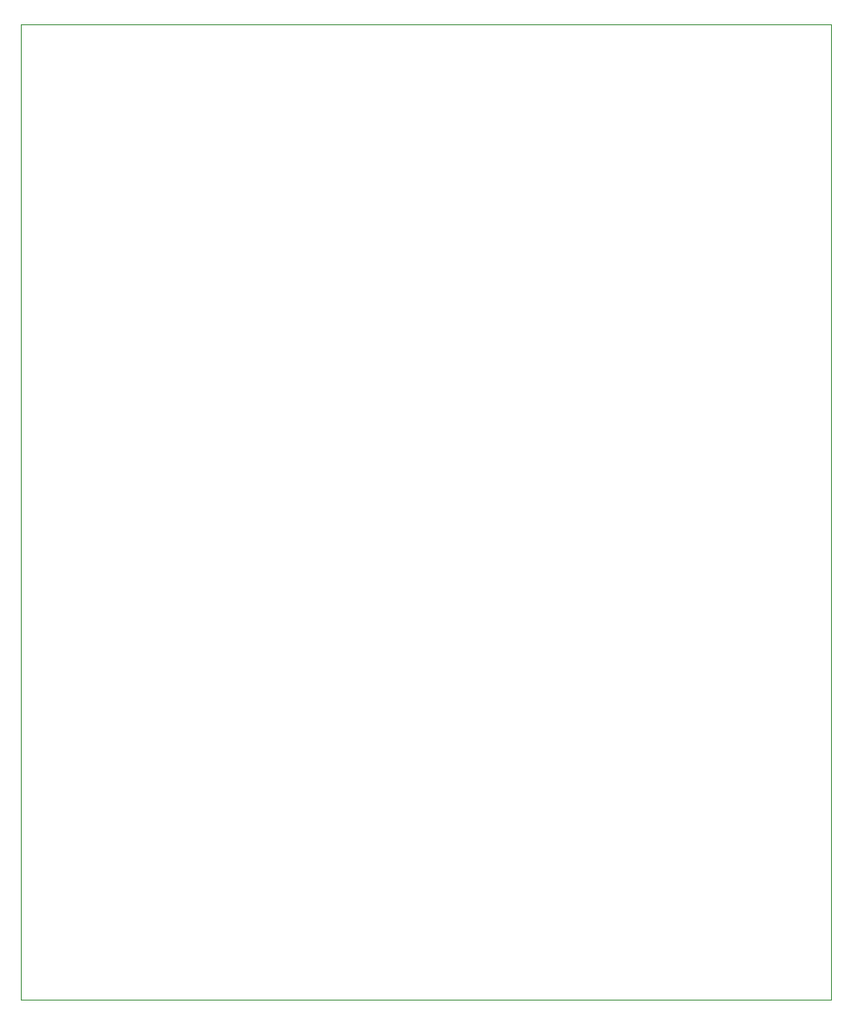
<source format=gbr>
%TF.GenerationSoftware,KiCad,Pcbnew,9.0.1*%
%TF.CreationDate,2025-05-12T13:24:03-07:00*%
%TF.ProjectId,pcb,7063622e-6b69-4636-9164-5f7063625858,rev?*%
%TF.SameCoordinates,Original*%
%TF.FileFunction,Profile,NP*%
%FSLAX46Y46*%
G04 Gerber Fmt 4.6, Leading zero omitted, Abs format (unit mm)*
G04 Created by KiCad (PCBNEW 9.0.1) date 2025-05-12 13:24:03*
%MOMM*%
%LPD*%
G01*
G04 APERTURE LIST*
%TA.AperFunction,Profile*%
%ADD10C,0.038100*%
%TD*%
G04 APERTURE END LIST*
D10*
X96750000Y-49532500D02*
X175750000Y-49532500D01*
X175750000Y-144532500D01*
X96750000Y-144532500D01*
X96750000Y-49532500D01*
M02*

</source>
